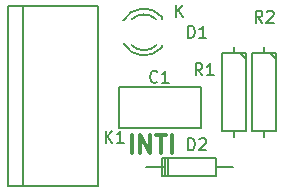
<source format=gbr>
G04 #@! TF.FileFunction,Legend,Top*
%FSLAX46Y46*%
G04 Gerber Fmt 4.6, Leading zero omitted, Abs format (unit mm)*
G04 Created by KiCad (PCBNEW 4.0.0-rc1-stable) date 30/11/2015 05:11:27 p.m.*
%MOMM*%
G01*
G04 APERTURE LIST*
%ADD10C,0.100000*%
%ADD11C,0.300000*%
%ADD12C,0.150000*%
G04 APERTURE END LIST*
D10*
D11*
X144970714Y-114978571D02*
X144970714Y-113478571D01*
X145685000Y-114978571D02*
X145685000Y-113478571D01*
X146542143Y-114978571D01*
X146542143Y-113478571D01*
X147042143Y-113478571D02*
X147899286Y-113478571D01*
X147470715Y-114978571D02*
X147470715Y-113478571D01*
X148399286Y-114978571D02*
X148399286Y-113478571D01*
D12*
X150860000Y-112875000D02*
X143860000Y-112875000D01*
X143860000Y-112875000D02*
X143860000Y-109375000D01*
X143860000Y-109375000D02*
X150860000Y-109375000D01*
X150860000Y-109375000D02*
X150860000Y-112875000D01*
X147519000Y-103461000D02*
X147519000Y-103661000D01*
X147519000Y-106055000D02*
X147519000Y-105875000D01*
X144291256Y-105744643D02*
G75*
G03X147519000Y-106061000I1727744J1003643D01*
G01*
X144966994Y-105874068D02*
G75*
G03X147070000Y-105875000I1052006J1133068D01*
G01*
X147506220Y-103434274D02*
G75*
G03X144269000Y-103781000I-1497220J-1306726D01*
G01*
X147032889Y-103661747D02*
G75*
G03X144985000Y-103681000I-1013889J-1079253D01*
G01*
X152146520Y-116202460D02*
X153543520Y-116202460D01*
X147701520Y-116202460D02*
X146177520Y-116202460D01*
X148082520Y-115440460D02*
X148082520Y-116964460D01*
X147828520Y-115440460D02*
X147828520Y-116964460D01*
X147574520Y-116202460D02*
X147574520Y-116964460D01*
X147574520Y-116964460D02*
X152146520Y-116964460D01*
X152146520Y-116964460D02*
X152146520Y-115440460D01*
X152146520Y-115440460D02*
X147574520Y-115440460D01*
X147574520Y-115440460D02*
X147574520Y-116202460D01*
X134475000Y-102510001D02*
X142095000Y-102510001D01*
X134475000Y-117750001D02*
X142095000Y-117750001D01*
X135745000Y-102510001D02*
X135745000Y-117750001D01*
X142095000Y-102510001D02*
X142095000Y-117750001D01*
X134475000Y-102510001D02*
X134475000Y-117750001D01*
X153670000Y-106045000D02*
X153670000Y-106553000D01*
X153670000Y-113665000D02*
X153670000Y-113157000D01*
X153670000Y-113157000D02*
X154686000Y-113157000D01*
X154686000Y-113157000D02*
X154686000Y-106553000D01*
X154686000Y-106553000D02*
X152654000Y-106553000D01*
X152654000Y-106553000D02*
X152654000Y-113157000D01*
X152654000Y-113157000D02*
X153670000Y-113157000D01*
X154178000Y-106553000D02*
X154686000Y-107061000D01*
X156210000Y-106045000D02*
X156210000Y-106553000D01*
X156210000Y-113665000D02*
X156210000Y-113157000D01*
X156210000Y-113157000D02*
X157226000Y-113157000D01*
X157226000Y-113157000D02*
X157226000Y-106553000D01*
X157226000Y-106553000D02*
X155194000Y-106553000D01*
X155194000Y-106553000D02*
X155194000Y-113157000D01*
X155194000Y-113157000D02*
X156210000Y-113157000D01*
X156718000Y-106553000D02*
X157226000Y-107061000D01*
X147153334Y-108942143D02*
X147105715Y-108989762D01*
X146962858Y-109037381D01*
X146867620Y-109037381D01*
X146724762Y-108989762D01*
X146629524Y-108894524D01*
X146581905Y-108799286D01*
X146534286Y-108608810D01*
X146534286Y-108465952D01*
X146581905Y-108275476D01*
X146629524Y-108180238D01*
X146724762Y-108085000D01*
X146867620Y-108037381D01*
X146962858Y-108037381D01*
X147105715Y-108085000D01*
X147153334Y-108132619D01*
X148105715Y-109037381D02*
X147534286Y-109037381D01*
X147820000Y-109037381D02*
X147820000Y-108037381D01*
X147724762Y-108180238D01*
X147629524Y-108275476D01*
X147534286Y-108323095D01*
X149756905Y-105227381D02*
X149756905Y-104227381D01*
X149995000Y-104227381D01*
X150137858Y-104275000D01*
X150233096Y-104370238D01*
X150280715Y-104465476D01*
X150328334Y-104655952D01*
X150328334Y-104798810D01*
X150280715Y-104989286D01*
X150233096Y-105084524D01*
X150137858Y-105179762D01*
X149995000Y-105227381D01*
X149756905Y-105227381D01*
X151280715Y-105227381D02*
X150709286Y-105227381D01*
X150995000Y-105227381D02*
X150995000Y-104227381D01*
X150899762Y-104370238D01*
X150804524Y-104465476D01*
X150709286Y-104513095D01*
X148748095Y-103487381D02*
X148748095Y-102487381D01*
X149319524Y-103487381D02*
X148890952Y-102915952D01*
X149319524Y-102487381D02*
X148748095Y-103058810D01*
X149756905Y-114752381D02*
X149756905Y-113752381D01*
X149995000Y-113752381D01*
X150137858Y-113800000D01*
X150233096Y-113895238D01*
X150280715Y-113990476D01*
X150328334Y-114180952D01*
X150328334Y-114323810D01*
X150280715Y-114514286D01*
X150233096Y-114609524D01*
X150137858Y-114704762D01*
X149995000Y-114752381D01*
X149756905Y-114752381D01*
X150709286Y-113847619D02*
X150756905Y-113800000D01*
X150852143Y-113752381D01*
X151090239Y-113752381D01*
X151185477Y-113800000D01*
X151233096Y-113847619D01*
X151280715Y-113942857D01*
X151280715Y-114038095D01*
X151233096Y-114180952D01*
X150661667Y-114752381D01*
X151280715Y-114752381D01*
X142771905Y-114117381D02*
X142771905Y-113117381D01*
X143343334Y-114117381D02*
X142914762Y-113545952D01*
X143343334Y-113117381D02*
X142771905Y-113688810D01*
X144295715Y-114117381D02*
X143724286Y-114117381D01*
X144010000Y-114117381D02*
X144010000Y-113117381D01*
X143914762Y-113260238D01*
X143819524Y-113355476D01*
X143724286Y-113403095D01*
X150963334Y-108402381D02*
X150630000Y-107926190D01*
X150391905Y-108402381D02*
X150391905Y-107402381D01*
X150772858Y-107402381D01*
X150868096Y-107450000D01*
X150915715Y-107497619D01*
X150963334Y-107592857D01*
X150963334Y-107735714D01*
X150915715Y-107830952D01*
X150868096Y-107878571D01*
X150772858Y-107926190D01*
X150391905Y-107926190D01*
X151915715Y-108402381D02*
X151344286Y-108402381D01*
X151630000Y-108402381D02*
X151630000Y-107402381D01*
X151534762Y-107545238D01*
X151439524Y-107640476D01*
X151344286Y-107688095D01*
X156043334Y-103957381D02*
X155710000Y-103481190D01*
X155471905Y-103957381D02*
X155471905Y-102957381D01*
X155852858Y-102957381D01*
X155948096Y-103005000D01*
X155995715Y-103052619D01*
X156043334Y-103147857D01*
X156043334Y-103290714D01*
X155995715Y-103385952D01*
X155948096Y-103433571D01*
X155852858Y-103481190D01*
X155471905Y-103481190D01*
X156424286Y-103052619D02*
X156471905Y-103005000D01*
X156567143Y-102957381D01*
X156805239Y-102957381D01*
X156900477Y-103005000D01*
X156948096Y-103052619D01*
X156995715Y-103147857D01*
X156995715Y-103243095D01*
X156948096Y-103385952D01*
X156376667Y-103957381D01*
X156995715Y-103957381D01*
M02*

</source>
